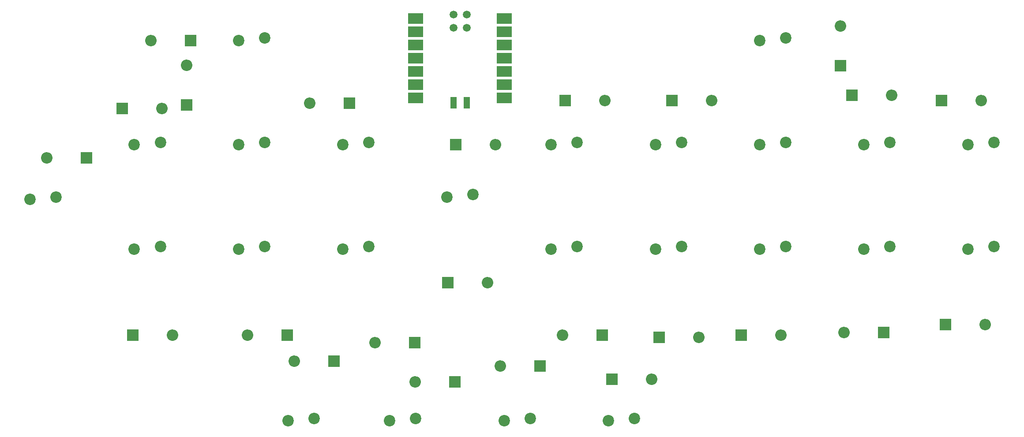
<source format=gbr>
%TF.GenerationSoftware,KiCad,Pcbnew,8.0.5*%
%TF.CreationDate,2024-10-09T17:51:35-04:00*%
%TF.ProjectId,board,626f6172-642e-46b6-9963-61645f706362,1*%
%TF.SameCoordinates,Original*%
%TF.FileFunction,Soldermask,Top*%
%TF.FilePolarity,Negative*%
%FSLAX46Y46*%
G04 Gerber Fmt 4.6, Leading zero omitted, Abs format (unit mm)*
G04 Created by KiCad (PCBNEW 8.0.5) date 2024-10-09 17:51:35*
%MOMM*%
%LPD*%
G01*
G04 APERTURE LIST*
%ADD10O,2.200000X2.200000*%
%ADD11R,2.200000X2.200000*%
%ADD12C,2.200000*%
%ADD13R,3.000000X2.000000*%
%ADD14C,1.500000*%
%ADD15R,1.300000X2.300000*%
G04 APERTURE END LIST*
D10*
%TO.C,D24*%
X69690000Y-40500000D03*
D11*
X77310000Y-40500000D03*
%TD*%
%TO.C,D23*%
X149190000Y-52000000D03*
D10*
X156810000Y-52000000D03*
%TD*%
D11*
%TO.C,D22*%
X95810000Y-97000000D03*
D10*
X88190000Y-97000000D03*
%TD*%
D11*
%TO.C,D21*%
X202000000Y-45310000D03*
D10*
X202000000Y-37690000D03*
%TD*%
D11*
%TO.C,D20*%
X210310000Y-96500000D03*
D10*
X202690000Y-96500000D03*
%TD*%
D11*
%TO.C,D19*%
X107810000Y-52500000D03*
D10*
X100190000Y-52500000D03*
%TD*%
D11*
%TO.C,D18*%
X156310000Y-97000000D03*
D10*
X148690000Y-97000000D03*
%TD*%
D11*
%TO.C,D17*%
X204190000Y-51000000D03*
D10*
X211810000Y-51000000D03*
%TD*%
D11*
%TO.C,D16*%
X66190000Y-97000000D03*
D10*
X73810000Y-97000000D03*
%TD*%
%TO.C,D15*%
X97190000Y-102000000D03*
D11*
X104810000Y-102000000D03*
%TD*%
%TO.C,D14*%
X120310000Y-98500000D03*
D10*
X112690000Y-98500000D03*
%TD*%
%TO.C,D13*%
X135810000Y-60500000D03*
D11*
X128190000Y-60500000D03*
%TD*%
%TO.C,D12*%
X158190000Y-105500000D03*
D10*
X165810000Y-105500000D03*
%TD*%
D11*
%TO.C,D11*%
X126690000Y-87000000D03*
D10*
X134310000Y-87000000D03*
%TD*%
D11*
%TO.C,D10*%
X128000000Y-106000000D03*
D10*
X120380000Y-106000000D03*
%TD*%
D11*
%TO.C,D9*%
X76500000Y-52810000D03*
D10*
X76500000Y-45190000D03*
%TD*%
D11*
%TO.C,D8*%
X167190000Y-97500000D03*
D10*
X174810000Y-97500000D03*
%TD*%
D11*
%TO.C,D7*%
X169690000Y-52000000D03*
D10*
X177310000Y-52000000D03*
%TD*%
D11*
%TO.C,D6*%
X183000000Y-97000000D03*
D10*
X190620000Y-97000000D03*
%TD*%
D11*
%TO.C,D5*%
X64190000Y-53500000D03*
D10*
X71810000Y-53500000D03*
%TD*%
D11*
%TO.C,D4*%
X144310000Y-103000000D03*
D10*
X136690000Y-103000000D03*
%TD*%
D11*
%TO.C,D3*%
X222190000Y-95000000D03*
D10*
X229810000Y-95000000D03*
%TD*%
D11*
%TO.C,D2*%
X221437500Y-52000000D03*
D10*
X229057500Y-52000000D03*
%TD*%
D11*
%TO.C,D1*%
X57310000Y-63000000D03*
D10*
X49690000Y-63000000D03*
%TD*%
D12*
%TO.C,SWZ1*%
X231500000Y-80000000D03*
X226500000Y-80500000D03*
%TD*%
%TO.C,SW#2*%
X191500000Y-40000000D03*
X186500000Y-40500000D03*
%TD*%
%TO.C,SW\u002A1*%
X131500000Y-70000000D03*
X126500000Y-70500000D03*
%TD*%
%TO.C,SWT2*%
X211500000Y-60000000D03*
X206500000Y-60500000D03*
%TD*%
%TO.C,SWR2*%
X151500000Y-80000000D03*
X146500000Y-80500000D03*
%TD*%
%TO.C,SWP2*%
X171500000Y-60000000D03*
X166500000Y-60500000D03*
%TD*%
%TO.C,SWO1*%
X120500000Y-113000000D03*
X115500000Y-113500000D03*
%TD*%
%TO.C,SW#1*%
X91500000Y-40000000D03*
X86500000Y-40500000D03*
%TD*%
%TO.C,SWU1*%
X162500000Y-113000000D03*
X157500000Y-113500000D03*
%TD*%
%TO.C,SWB1*%
X171500000Y-80000000D03*
X166500000Y-80500000D03*
%TD*%
D13*
%TO.C,U1*%
X120500000Y-36230000D03*
X120500000Y-38770000D03*
X120500000Y-41310000D03*
X120500000Y-43850000D03*
X120500000Y-46390000D03*
X120500000Y-48930000D03*
X120500000Y-51470000D03*
X137500000Y-51470000D03*
X137500000Y-48930000D03*
X137500000Y-46390000D03*
X137500000Y-43850000D03*
X137500000Y-41310000D03*
X137500000Y-38770000D03*
X137500000Y-36230000D03*
D14*
X127730000Y-35460000D03*
X130270000Y-35460000D03*
X127730000Y-38000000D03*
X130270000Y-38000000D03*
D15*
X127730000Y-52450000D03*
X130270000Y-52450000D03*
%TD*%
D12*
%TO.C,SWH1*%
X111500000Y-60000000D03*
X106500000Y-60500000D03*
%TD*%
%TO.C,SWT1*%
X71500000Y-60000000D03*
X66500000Y-60500000D03*
%TD*%
%TO.C,SWA1*%
X101000000Y-113000000D03*
X96000000Y-113500000D03*
%TD*%
%TO.C,SWL1*%
X191500000Y-60000000D03*
X186500000Y-60500000D03*
%TD*%
%TO.C,SWF1*%
X151500000Y-60000000D03*
X146500000Y-60500000D03*
%TD*%
%TO.C,SWG1*%
X191500000Y-80000000D03*
X186500000Y-80500000D03*
%TD*%
%TO.C,SWK1*%
X71500000Y-80000000D03*
X66500000Y-80500000D03*
%TD*%
%TO.C,SWD1*%
X231500000Y-60000000D03*
X226500000Y-60500000D03*
%TD*%
%TO.C,SWW1*%
X91500000Y-80000000D03*
X86500000Y-80500000D03*
%TD*%
%TO.C,SWR1*%
X111500000Y-80000000D03*
X106500000Y-80500000D03*
%TD*%
%TO.C,SWP1*%
X91500000Y-60000000D03*
X86500000Y-60500000D03*
%TD*%
%TO.C,SWS1*%
X51500000Y-70500000D03*
X46500000Y-71000000D03*
%TD*%
%TO.C,SWE1*%
X142500000Y-113000000D03*
X137500000Y-113500000D03*
%TD*%
%TO.C,SWS2*%
X206500000Y-80500000D03*
X211500000Y-80000000D03*
%TD*%
M02*

</source>
